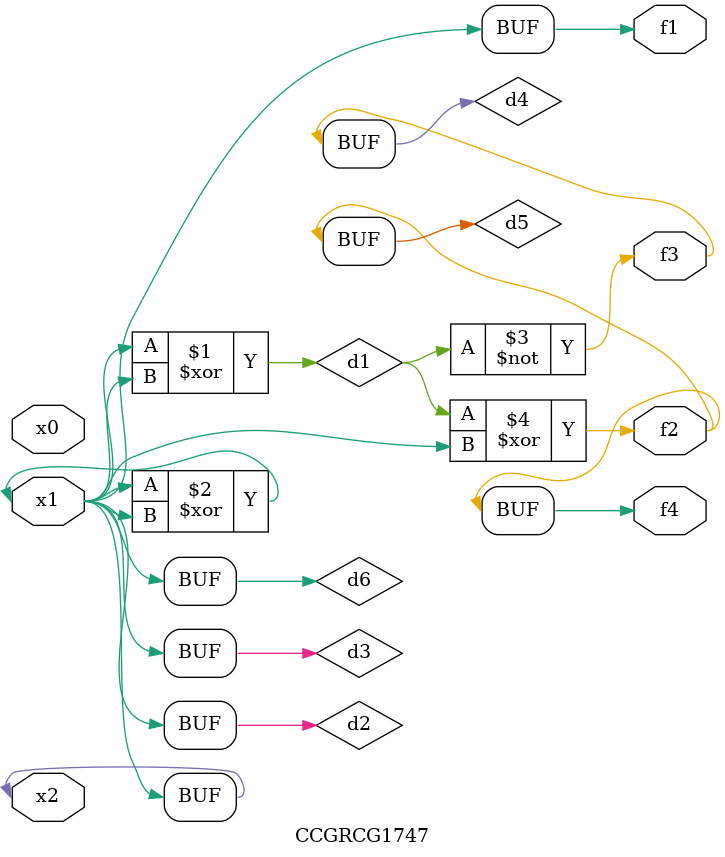
<source format=v>
module CCGRCG1747(
	input x0, x1, x2,
	output f1, f2, f3, f4
);

	wire d1, d2, d3, d4, d5, d6;

	xor (d1, x1, x2);
	buf (d2, x1, x2);
	xor (d3, x1, x2);
	nor (d4, d1);
	xor (d5, d1, d2);
	buf (d6, d2, d3);
	assign f1 = d6;
	assign f2 = d5;
	assign f3 = d4;
	assign f4 = d5;
endmodule

</source>
